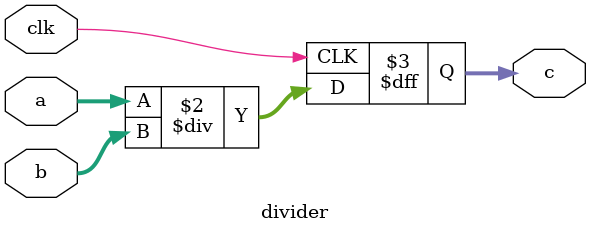
<source format=v>
`default_nettype none
module divider (
    input wire clk,
    input [7:0] a,
    input [7:0] b,
    output reg [7:0] c
);
    always @(posedge clk)
        c <= a / b;
endmodule

</source>
